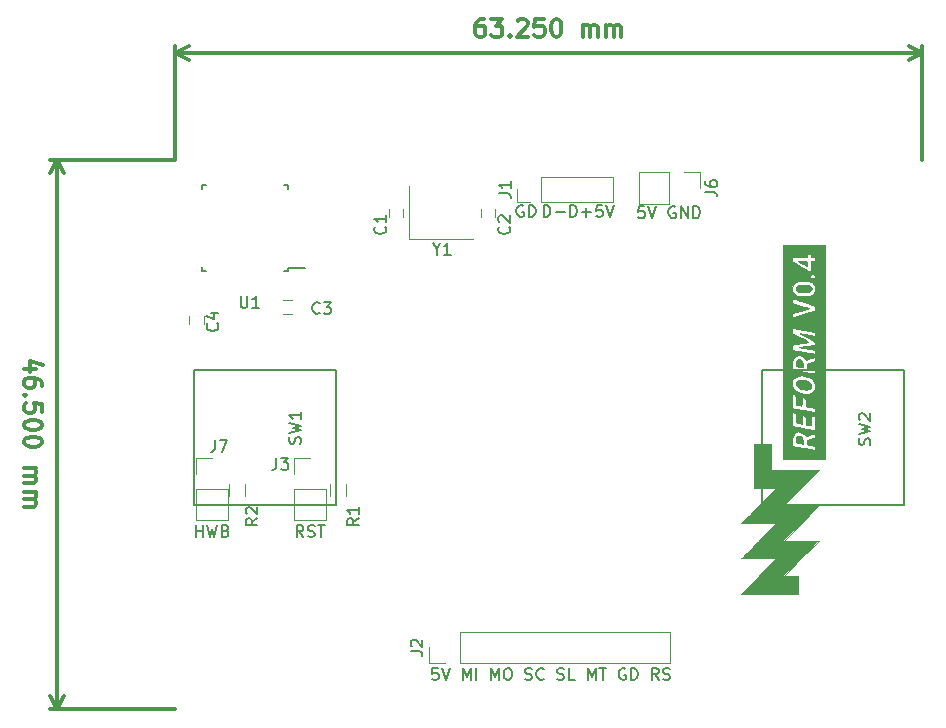
<source format=gbr>
G04 #@! TF.GenerationSoftware,KiCad,Pcbnew,5.0.0-rc2+dfsg1-3*
G04 #@! TF.CreationDate,2018-08-01T13:56:14+02:00*
G04 #@! TF.ProjectId,reform-trackball,7265666F726D2D747261636B62616C6C,rev?*
G04 #@! TF.SameCoordinates,Original*
G04 #@! TF.FileFunction,Legend,Top*
G04 #@! TF.FilePolarity,Positive*
%FSLAX46Y46*%
G04 Gerber Fmt 4.6, Leading zero omitted, Abs format (unit mm)*
G04 Created by KiCad (PCBNEW 5.0.0-rc2+dfsg1-3) date Wed Aug  1 13:56:14 2018*
%MOMM*%
%LPD*%
G01*
G04 APERTURE LIST*
%ADD10C,0.150000*%
%ADD11C,0.300000*%
%ADD12C,0.010000*%
%ADD13C,0.120000*%
G04 APERTURE END LIST*
D10*
X126961904Y-93900000D02*
X126866666Y-93852380D01*
X126723809Y-93852380D01*
X126580952Y-93900000D01*
X126485714Y-93995238D01*
X126438095Y-94090476D01*
X126390476Y-94280952D01*
X126390476Y-94423809D01*
X126438095Y-94614285D01*
X126485714Y-94709523D01*
X126580952Y-94804761D01*
X126723809Y-94852380D01*
X126819047Y-94852380D01*
X126961904Y-94804761D01*
X127009523Y-94757142D01*
X127009523Y-94423809D01*
X126819047Y-94423809D01*
X127438095Y-94852380D02*
X127438095Y-93852380D01*
X127676190Y-93852380D01*
X127819047Y-93900000D01*
X127914285Y-93995238D01*
X127961904Y-94090476D01*
X128009523Y-94280952D01*
X128009523Y-94423809D01*
X127961904Y-94614285D01*
X127914285Y-94709523D01*
X127819047Y-94804761D01*
X127676190Y-94852380D01*
X127438095Y-94852380D01*
X128695238Y-94852380D02*
X128695238Y-93852380D01*
X128933333Y-93852380D01*
X129076190Y-93900000D01*
X129171428Y-93995238D01*
X129219047Y-94090476D01*
X129266666Y-94280952D01*
X129266666Y-94423809D01*
X129219047Y-94614285D01*
X129171428Y-94709523D01*
X129076190Y-94804761D01*
X128933333Y-94852380D01*
X128695238Y-94852380D01*
X129695238Y-94471428D02*
X130457142Y-94471428D01*
X130933333Y-94852380D02*
X130933333Y-93852380D01*
X131171428Y-93852380D01*
X131314285Y-93900000D01*
X131409523Y-93995238D01*
X131457142Y-94090476D01*
X131504761Y-94280952D01*
X131504761Y-94423809D01*
X131457142Y-94614285D01*
X131409523Y-94709523D01*
X131314285Y-94804761D01*
X131171428Y-94852380D01*
X130933333Y-94852380D01*
X131933333Y-94471428D02*
X132695238Y-94471428D01*
X132314285Y-94852380D02*
X132314285Y-94090476D01*
X133647619Y-93852380D02*
X133171428Y-93852380D01*
X133123809Y-94328571D01*
X133171428Y-94280952D01*
X133266666Y-94233333D01*
X133504761Y-94233333D01*
X133600000Y-94280952D01*
X133647619Y-94328571D01*
X133695238Y-94423809D01*
X133695238Y-94661904D01*
X133647619Y-94757142D01*
X133600000Y-94804761D01*
X133504761Y-94852380D01*
X133266666Y-94852380D01*
X133171428Y-94804761D01*
X133123809Y-94757142D01*
X133980952Y-93852380D02*
X134314285Y-94852380D01*
X134647619Y-93852380D01*
X99242857Y-121952380D02*
X99242857Y-120952380D01*
X99242857Y-121428571D02*
X99814285Y-121428571D01*
X99814285Y-121952380D02*
X99814285Y-120952380D01*
X100195238Y-120952380D02*
X100433333Y-121952380D01*
X100623809Y-121238095D01*
X100814285Y-121952380D01*
X101052380Y-120952380D01*
X101766666Y-121428571D02*
X101909523Y-121476190D01*
X101957142Y-121523809D01*
X102004761Y-121619047D01*
X102004761Y-121761904D01*
X101957142Y-121857142D01*
X101909523Y-121904761D01*
X101814285Y-121952380D01*
X101433333Y-121952380D01*
X101433333Y-120952380D01*
X101766666Y-120952380D01*
X101861904Y-121000000D01*
X101909523Y-121047619D01*
X101957142Y-121142857D01*
X101957142Y-121238095D01*
X101909523Y-121333333D01*
X101861904Y-121380952D01*
X101766666Y-121428571D01*
X101433333Y-121428571D01*
X108352380Y-121952380D02*
X108019047Y-121476190D01*
X107780952Y-121952380D02*
X107780952Y-120952380D01*
X108161904Y-120952380D01*
X108257142Y-121000000D01*
X108304761Y-121047619D01*
X108352380Y-121142857D01*
X108352380Y-121285714D01*
X108304761Y-121380952D01*
X108257142Y-121428571D01*
X108161904Y-121476190D01*
X107780952Y-121476190D01*
X108733333Y-121904761D02*
X108876190Y-121952380D01*
X109114285Y-121952380D01*
X109209523Y-121904761D01*
X109257142Y-121857142D01*
X109304761Y-121761904D01*
X109304761Y-121666666D01*
X109257142Y-121571428D01*
X109209523Y-121523809D01*
X109114285Y-121476190D01*
X108923809Y-121428571D01*
X108828571Y-121380952D01*
X108780952Y-121333333D01*
X108733333Y-121238095D01*
X108733333Y-121142857D01*
X108780952Y-121047619D01*
X108828571Y-121000000D01*
X108923809Y-120952380D01*
X109161904Y-120952380D01*
X109304761Y-121000000D01*
X109590476Y-120952380D02*
X110161904Y-120952380D01*
X109876190Y-121952380D02*
X109876190Y-120952380D01*
X137204761Y-93952380D02*
X136728571Y-93952380D01*
X136680952Y-94428571D01*
X136728571Y-94380952D01*
X136823809Y-94333333D01*
X137061904Y-94333333D01*
X137157142Y-94380952D01*
X137204761Y-94428571D01*
X137252380Y-94523809D01*
X137252380Y-94761904D01*
X137204761Y-94857142D01*
X137157142Y-94904761D01*
X137061904Y-94952380D01*
X136823809Y-94952380D01*
X136728571Y-94904761D01*
X136680952Y-94857142D01*
X137538095Y-93952380D02*
X137871428Y-94952380D01*
X138204761Y-93952380D01*
X139823809Y-94000000D02*
X139728571Y-93952380D01*
X139585714Y-93952380D01*
X139442857Y-94000000D01*
X139347619Y-94095238D01*
X139300000Y-94190476D01*
X139252380Y-94380952D01*
X139252380Y-94523809D01*
X139300000Y-94714285D01*
X139347619Y-94809523D01*
X139442857Y-94904761D01*
X139585714Y-94952380D01*
X139680952Y-94952380D01*
X139823809Y-94904761D01*
X139871428Y-94857142D01*
X139871428Y-94523809D01*
X139680952Y-94523809D01*
X140300000Y-94952380D02*
X140300000Y-93952380D01*
X140871428Y-94952380D01*
X140871428Y-93952380D01*
X141347619Y-94952380D02*
X141347619Y-93952380D01*
X141585714Y-93952380D01*
X141728571Y-94000000D01*
X141823809Y-94095238D01*
X141871428Y-94190476D01*
X141919047Y-94380952D01*
X141919047Y-94523809D01*
X141871428Y-94714285D01*
X141823809Y-94809523D01*
X141728571Y-94904761D01*
X141585714Y-94952380D01*
X141347619Y-94952380D01*
X119752380Y-133052380D02*
X119276190Y-133052380D01*
X119228571Y-133528571D01*
X119276190Y-133480952D01*
X119371428Y-133433333D01*
X119609523Y-133433333D01*
X119704761Y-133480952D01*
X119752380Y-133528571D01*
X119800000Y-133623809D01*
X119800000Y-133861904D01*
X119752380Y-133957142D01*
X119704761Y-134004761D01*
X119609523Y-134052380D01*
X119371428Y-134052380D01*
X119276190Y-134004761D01*
X119228571Y-133957142D01*
X120085714Y-133052380D02*
X120419047Y-134052380D01*
X120752380Y-133052380D01*
X121847619Y-134052380D02*
X121847619Y-133052380D01*
X122180952Y-133766666D01*
X122514285Y-133052380D01*
X122514285Y-134052380D01*
X122990476Y-134052380D02*
X122990476Y-133052380D01*
X124228571Y-134052380D02*
X124228571Y-133052380D01*
X124561904Y-133766666D01*
X124895238Y-133052380D01*
X124895238Y-134052380D01*
X125561904Y-133052380D02*
X125752380Y-133052380D01*
X125847619Y-133100000D01*
X125942857Y-133195238D01*
X125990476Y-133385714D01*
X125990476Y-133719047D01*
X125942857Y-133909523D01*
X125847619Y-134004761D01*
X125752380Y-134052380D01*
X125561904Y-134052380D01*
X125466666Y-134004761D01*
X125371428Y-133909523D01*
X125323809Y-133719047D01*
X125323809Y-133385714D01*
X125371428Y-133195238D01*
X125466666Y-133100000D01*
X125561904Y-133052380D01*
X127133333Y-134004761D02*
X127276190Y-134052380D01*
X127514285Y-134052380D01*
X127609523Y-134004761D01*
X127657142Y-133957142D01*
X127704761Y-133861904D01*
X127704761Y-133766666D01*
X127657142Y-133671428D01*
X127609523Y-133623809D01*
X127514285Y-133576190D01*
X127323809Y-133528571D01*
X127228571Y-133480952D01*
X127180952Y-133433333D01*
X127133333Y-133338095D01*
X127133333Y-133242857D01*
X127180952Y-133147619D01*
X127228571Y-133100000D01*
X127323809Y-133052380D01*
X127561904Y-133052380D01*
X127704761Y-133100000D01*
X128704761Y-133957142D02*
X128657142Y-134004761D01*
X128514285Y-134052380D01*
X128419047Y-134052380D01*
X128276190Y-134004761D01*
X128180952Y-133909523D01*
X128133333Y-133814285D01*
X128085714Y-133623809D01*
X128085714Y-133480952D01*
X128133333Y-133290476D01*
X128180952Y-133195238D01*
X128276190Y-133100000D01*
X128419047Y-133052380D01*
X128514285Y-133052380D01*
X128657142Y-133100000D01*
X128704761Y-133147619D01*
X129847619Y-134004761D02*
X129990476Y-134052380D01*
X130228571Y-134052380D01*
X130323809Y-134004761D01*
X130371428Y-133957142D01*
X130419047Y-133861904D01*
X130419047Y-133766666D01*
X130371428Y-133671428D01*
X130323809Y-133623809D01*
X130228571Y-133576190D01*
X130038095Y-133528571D01*
X129942857Y-133480952D01*
X129895238Y-133433333D01*
X129847619Y-133338095D01*
X129847619Y-133242857D01*
X129895238Y-133147619D01*
X129942857Y-133100000D01*
X130038095Y-133052380D01*
X130276190Y-133052380D01*
X130419047Y-133100000D01*
X131323809Y-134052380D02*
X130847619Y-134052380D01*
X130847619Y-133052380D01*
X132419047Y-134052380D02*
X132419047Y-133052380D01*
X132752380Y-133766666D01*
X133085714Y-133052380D01*
X133085714Y-134052380D01*
X133419047Y-133052380D02*
X133990476Y-133052380D01*
X133704761Y-134052380D02*
X133704761Y-133052380D01*
X135609523Y-133100000D02*
X135514285Y-133052380D01*
X135371428Y-133052380D01*
X135228571Y-133100000D01*
X135133333Y-133195238D01*
X135085714Y-133290476D01*
X135038095Y-133480952D01*
X135038095Y-133623809D01*
X135085714Y-133814285D01*
X135133333Y-133909523D01*
X135228571Y-134004761D01*
X135371428Y-134052380D01*
X135466666Y-134052380D01*
X135609523Y-134004761D01*
X135657142Y-133957142D01*
X135657142Y-133623809D01*
X135466666Y-133623809D01*
X136085714Y-134052380D02*
X136085714Y-133052380D01*
X136323809Y-133052380D01*
X136466666Y-133100000D01*
X136561904Y-133195238D01*
X136609523Y-133290476D01*
X136657142Y-133480952D01*
X136657142Y-133623809D01*
X136609523Y-133814285D01*
X136561904Y-133909523D01*
X136466666Y-134004761D01*
X136323809Y-134052380D01*
X136085714Y-134052380D01*
X138419047Y-134052380D02*
X138085714Y-133576190D01*
X137847619Y-134052380D02*
X137847619Y-133052380D01*
X138228571Y-133052380D01*
X138323809Y-133100000D01*
X138371428Y-133147619D01*
X138419047Y-133242857D01*
X138419047Y-133385714D01*
X138371428Y-133480952D01*
X138323809Y-133528571D01*
X138228571Y-133576190D01*
X137847619Y-133576190D01*
X138800000Y-134004761D02*
X138942857Y-134052380D01*
X139180952Y-134052380D01*
X139276190Y-134004761D01*
X139323809Y-133957142D01*
X139371428Y-133861904D01*
X139371428Y-133766666D01*
X139323809Y-133671428D01*
X139276190Y-133623809D01*
X139180952Y-133576190D01*
X138990476Y-133528571D01*
X138895238Y-133480952D01*
X138847619Y-133433333D01*
X138800000Y-133338095D01*
X138800000Y-133242857D01*
X138847619Y-133147619D01*
X138895238Y-133100000D01*
X138990476Y-133052380D01*
X139228571Y-133052380D01*
X139371428Y-133100000D01*
D11*
X85721428Y-107750000D02*
X84721428Y-107750000D01*
X86292857Y-107392857D02*
X85221428Y-107035714D01*
X85221428Y-107964285D01*
X86221428Y-109178571D02*
X86221428Y-108892857D01*
X86150000Y-108750000D01*
X86078571Y-108678571D01*
X85864285Y-108535714D01*
X85578571Y-108464285D01*
X85007142Y-108464285D01*
X84864285Y-108535714D01*
X84792857Y-108607142D01*
X84721428Y-108750000D01*
X84721428Y-109035714D01*
X84792857Y-109178571D01*
X84864285Y-109250000D01*
X85007142Y-109321428D01*
X85364285Y-109321428D01*
X85507142Y-109250000D01*
X85578571Y-109178571D01*
X85650000Y-109035714D01*
X85650000Y-108750000D01*
X85578571Y-108607142D01*
X85507142Y-108535714D01*
X85364285Y-108464285D01*
X84864285Y-109964285D02*
X84792857Y-110035714D01*
X84721428Y-109964285D01*
X84792857Y-109892857D01*
X84864285Y-109964285D01*
X84721428Y-109964285D01*
X86221428Y-111392857D02*
X86221428Y-110678571D01*
X85507142Y-110607142D01*
X85578571Y-110678571D01*
X85650000Y-110821428D01*
X85650000Y-111178571D01*
X85578571Y-111321428D01*
X85507142Y-111392857D01*
X85364285Y-111464285D01*
X85007142Y-111464285D01*
X84864285Y-111392857D01*
X84792857Y-111321428D01*
X84721428Y-111178571D01*
X84721428Y-110821428D01*
X84792857Y-110678571D01*
X84864285Y-110607142D01*
X86221428Y-112392857D02*
X86221428Y-112535714D01*
X86150000Y-112678571D01*
X86078571Y-112750000D01*
X85935714Y-112821428D01*
X85650000Y-112892857D01*
X85292857Y-112892857D01*
X85007142Y-112821428D01*
X84864285Y-112750000D01*
X84792857Y-112678571D01*
X84721428Y-112535714D01*
X84721428Y-112392857D01*
X84792857Y-112250000D01*
X84864285Y-112178571D01*
X85007142Y-112107142D01*
X85292857Y-112035714D01*
X85650000Y-112035714D01*
X85935714Y-112107142D01*
X86078571Y-112178571D01*
X86150000Y-112250000D01*
X86221428Y-112392857D01*
X86221428Y-113821428D02*
X86221428Y-113964285D01*
X86150000Y-114107142D01*
X86078571Y-114178571D01*
X85935714Y-114250000D01*
X85650000Y-114321428D01*
X85292857Y-114321428D01*
X85007142Y-114250000D01*
X84864285Y-114178571D01*
X84792857Y-114107142D01*
X84721428Y-113964285D01*
X84721428Y-113821428D01*
X84792857Y-113678571D01*
X84864285Y-113607142D01*
X85007142Y-113535714D01*
X85292857Y-113464285D01*
X85650000Y-113464285D01*
X85935714Y-113535714D01*
X86078571Y-113607142D01*
X86150000Y-113678571D01*
X86221428Y-113821428D01*
X84721428Y-116107142D02*
X85721428Y-116107142D01*
X85578571Y-116107142D02*
X85650000Y-116178571D01*
X85721428Y-116321428D01*
X85721428Y-116535714D01*
X85650000Y-116678571D01*
X85507142Y-116750000D01*
X84721428Y-116750000D01*
X85507142Y-116750000D02*
X85650000Y-116821428D01*
X85721428Y-116964285D01*
X85721428Y-117178571D01*
X85650000Y-117321428D01*
X85507142Y-117392857D01*
X84721428Y-117392857D01*
X84721428Y-118107142D02*
X85721428Y-118107142D01*
X85578571Y-118107142D02*
X85650000Y-118178571D01*
X85721428Y-118321428D01*
X85721428Y-118535714D01*
X85650000Y-118678571D01*
X85507142Y-118750000D01*
X84721428Y-118750000D01*
X85507142Y-118750000D02*
X85650000Y-118821428D01*
X85721428Y-118964285D01*
X85721428Y-119178571D01*
X85650000Y-119321428D01*
X85507142Y-119392857D01*
X84721428Y-119392857D01*
X87500000Y-90000000D02*
X87500000Y-136500000D01*
X97500000Y-90000000D02*
X86913579Y-90000000D01*
X97500000Y-136500000D02*
X86913579Y-136500000D01*
X87500000Y-136500000D02*
X86913579Y-135373496D01*
X87500000Y-136500000D02*
X88086421Y-135373496D01*
X87500000Y-90000000D02*
X86913579Y-91126504D01*
X87500000Y-90000000D02*
X88086421Y-91126504D01*
X123625000Y-78078571D02*
X123339285Y-78078571D01*
X123196428Y-78150000D01*
X123125000Y-78221428D01*
X122982142Y-78435714D01*
X122910714Y-78721428D01*
X122910714Y-79292857D01*
X122982142Y-79435714D01*
X123053571Y-79507142D01*
X123196428Y-79578571D01*
X123482142Y-79578571D01*
X123625000Y-79507142D01*
X123696428Y-79435714D01*
X123767857Y-79292857D01*
X123767857Y-78935714D01*
X123696428Y-78792857D01*
X123625000Y-78721428D01*
X123482142Y-78650000D01*
X123196428Y-78650000D01*
X123053571Y-78721428D01*
X122982142Y-78792857D01*
X122910714Y-78935714D01*
X124267857Y-78078571D02*
X125196428Y-78078571D01*
X124696428Y-78650000D01*
X124910714Y-78650000D01*
X125053571Y-78721428D01*
X125125000Y-78792857D01*
X125196428Y-78935714D01*
X125196428Y-79292857D01*
X125125000Y-79435714D01*
X125053571Y-79507142D01*
X124910714Y-79578571D01*
X124482142Y-79578571D01*
X124339285Y-79507142D01*
X124267857Y-79435714D01*
X125839285Y-79435714D02*
X125910714Y-79507142D01*
X125839285Y-79578571D01*
X125767857Y-79507142D01*
X125839285Y-79435714D01*
X125839285Y-79578571D01*
X126482142Y-78221428D02*
X126553571Y-78150000D01*
X126696428Y-78078571D01*
X127053571Y-78078571D01*
X127196428Y-78150000D01*
X127267857Y-78221428D01*
X127339285Y-78364285D01*
X127339285Y-78507142D01*
X127267857Y-78721428D01*
X126410714Y-79578571D01*
X127339285Y-79578571D01*
X128696428Y-78078571D02*
X127982142Y-78078571D01*
X127910714Y-78792857D01*
X127982142Y-78721428D01*
X128125000Y-78650000D01*
X128482142Y-78650000D01*
X128625000Y-78721428D01*
X128696428Y-78792857D01*
X128767857Y-78935714D01*
X128767857Y-79292857D01*
X128696428Y-79435714D01*
X128625000Y-79507142D01*
X128482142Y-79578571D01*
X128125000Y-79578571D01*
X127982142Y-79507142D01*
X127910714Y-79435714D01*
X129696428Y-78078571D02*
X129839285Y-78078571D01*
X129982142Y-78150000D01*
X130053571Y-78221428D01*
X130125000Y-78364285D01*
X130196428Y-78650000D01*
X130196428Y-79007142D01*
X130125000Y-79292857D01*
X130053571Y-79435714D01*
X129982142Y-79507142D01*
X129839285Y-79578571D01*
X129696428Y-79578571D01*
X129553571Y-79507142D01*
X129482142Y-79435714D01*
X129410714Y-79292857D01*
X129339285Y-79007142D01*
X129339285Y-78650000D01*
X129410714Y-78364285D01*
X129482142Y-78221428D01*
X129553571Y-78150000D01*
X129696428Y-78078571D01*
X131982142Y-79578571D02*
X131982142Y-78578571D01*
X131982142Y-78721428D02*
X132053571Y-78650000D01*
X132196428Y-78578571D01*
X132410714Y-78578571D01*
X132553571Y-78650000D01*
X132625000Y-78792857D01*
X132625000Y-79578571D01*
X132625000Y-78792857D02*
X132696428Y-78650000D01*
X132839285Y-78578571D01*
X133053571Y-78578571D01*
X133196428Y-78650000D01*
X133267857Y-78792857D01*
X133267857Y-79578571D01*
X133982142Y-79578571D02*
X133982142Y-78578571D01*
X133982142Y-78721428D02*
X134053571Y-78650000D01*
X134196428Y-78578571D01*
X134410714Y-78578571D01*
X134553571Y-78650000D01*
X134625000Y-78792857D01*
X134625000Y-79578571D01*
X134625000Y-78792857D02*
X134696428Y-78650000D01*
X134839285Y-78578571D01*
X135053571Y-78578571D01*
X135196428Y-78650000D01*
X135267857Y-78792857D01*
X135267857Y-79578571D01*
X97500000Y-81000000D02*
X160750000Y-81000000D01*
X97500000Y-90000000D02*
X97500000Y-80413579D01*
X160750000Y-90000000D02*
X160750000Y-80413579D01*
X160750000Y-81000000D02*
X159623496Y-81586421D01*
X160750000Y-81000000D02*
X159623496Y-80413579D01*
X97500000Y-81000000D02*
X98626504Y-81586421D01*
X97500000Y-81000000D02*
X98626504Y-80413579D01*
D12*
G04 #@! TO.C,MK13*
G36*
X146900833Y-125257750D02*
X148392971Y-123765500D01*
X146916652Y-123765500D01*
X146670887Y-123765279D01*
X146437923Y-123764641D01*
X146221152Y-123763622D01*
X146023969Y-123762259D01*
X145849765Y-123760587D01*
X145701934Y-123758644D01*
X145583870Y-123756465D01*
X145498966Y-123754087D01*
X145450614Y-123751547D01*
X145440334Y-123749681D01*
X145454981Y-123732809D01*
X145497576Y-123688079D01*
X145566098Y-123617536D01*
X145658525Y-123523222D01*
X145772836Y-123407180D01*
X145907011Y-123271453D01*
X146059028Y-123118084D01*
X146226866Y-122949115D01*
X146408503Y-122766590D01*
X146601920Y-122572551D01*
X146805095Y-122369042D01*
X146916652Y-122257431D01*
X148392970Y-120781000D01*
X146916652Y-120781000D01*
X146670887Y-120780778D01*
X146437923Y-120780135D01*
X146221152Y-120779109D01*
X146023968Y-120777736D01*
X145849765Y-120776052D01*
X145701934Y-120774095D01*
X145583870Y-120771900D01*
X145498966Y-120769505D01*
X145450614Y-120766947D01*
X145440334Y-120765068D01*
X145454982Y-120748177D01*
X145497576Y-120703436D01*
X145566092Y-120632891D01*
X145658505Y-120538590D01*
X145772789Y-120422578D01*
X145906920Y-120286904D01*
X146058873Y-120133613D01*
X146226622Y-119964752D01*
X146408143Y-119782367D01*
X146601411Y-119588507D01*
X146804400Y-119385217D01*
X146911417Y-119278166D01*
X147118599Y-119070841D01*
X147317097Y-118871898D01*
X147504884Y-118683383D01*
X147679936Y-118507344D01*
X147840228Y-118345827D01*
X147983735Y-118200879D01*
X148108431Y-118074546D01*
X148212293Y-117968876D01*
X148293295Y-117885914D01*
X148349412Y-117827709D01*
X148378619Y-117796306D01*
X148382500Y-117791265D01*
X148362038Y-117787983D01*
X148303467Y-117784929D01*
X148211011Y-117782173D01*
X148088896Y-117779787D01*
X147941345Y-117777841D01*
X147772582Y-117776405D01*
X147586833Y-117775551D01*
X147430000Y-117775333D01*
X146477500Y-117775333D01*
X146477500Y-114050000D01*
X147958793Y-114050000D01*
X147964271Y-115166541D01*
X147969750Y-116283083D01*
X149991003Y-116288483D01*
X152012256Y-116293882D01*
X149028196Y-119278166D01*
X152012471Y-119278166D01*
X149028485Y-122262378D01*
X150515264Y-122267814D01*
X152002044Y-122273250D01*
X150515082Y-123760208D01*
X149028121Y-125247166D01*
X150202834Y-125247166D01*
X150202834Y-126750000D01*
X145408696Y-126750000D01*
X146900833Y-125257750D01*
X146900833Y-125257750D01*
G37*
X146900833Y-125257750D02*
X148392971Y-123765500D01*
X146916652Y-123765500D01*
X146670887Y-123765279D01*
X146437923Y-123764641D01*
X146221152Y-123763622D01*
X146023969Y-123762259D01*
X145849765Y-123760587D01*
X145701934Y-123758644D01*
X145583870Y-123756465D01*
X145498966Y-123754087D01*
X145450614Y-123751547D01*
X145440334Y-123749681D01*
X145454981Y-123732809D01*
X145497576Y-123688079D01*
X145566098Y-123617536D01*
X145658525Y-123523222D01*
X145772836Y-123407180D01*
X145907011Y-123271453D01*
X146059028Y-123118084D01*
X146226866Y-122949115D01*
X146408503Y-122766590D01*
X146601920Y-122572551D01*
X146805095Y-122369042D01*
X146916652Y-122257431D01*
X148392970Y-120781000D01*
X146916652Y-120781000D01*
X146670887Y-120780778D01*
X146437923Y-120780135D01*
X146221152Y-120779109D01*
X146023968Y-120777736D01*
X145849765Y-120776052D01*
X145701934Y-120774095D01*
X145583870Y-120771900D01*
X145498966Y-120769505D01*
X145450614Y-120766947D01*
X145440334Y-120765068D01*
X145454982Y-120748177D01*
X145497576Y-120703436D01*
X145566092Y-120632891D01*
X145658505Y-120538590D01*
X145772789Y-120422578D01*
X145906920Y-120286904D01*
X146058873Y-120133613D01*
X146226622Y-119964752D01*
X146408143Y-119782367D01*
X146601411Y-119588507D01*
X146804400Y-119385217D01*
X146911417Y-119278166D01*
X147118599Y-119070841D01*
X147317097Y-118871898D01*
X147504884Y-118683383D01*
X147679936Y-118507344D01*
X147840228Y-118345827D01*
X147983735Y-118200879D01*
X148108431Y-118074546D01*
X148212293Y-117968876D01*
X148293295Y-117885914D01*
X148349412Y-117827709D01*
X148378619Y-117796306D01*
X148382500Y-117791265D01*
X148362038Y-117787983D01*
X148303467Y-117784929D01*
X148211011Y-117782173D01*
X148088896Y-117779787D01*
X147941345Y-117777841D01*
X147772582Y-117776405D01*
X147586833Y-117775551D01*
X147430000Y-117775333D01*
X146477500Y-117775333D01*
X146477500Y-114050000D01*
X147958793Y-114050000D01*
X147964271Y-115166541D01*
X147969750Y-116283083D01*
X149991003Y-116288483D01*
X152012256Y-116293882D01*
X149028196Y-119278166D01*
X152012471Y-119278166D01*
X149028485Y-122262378D01*
X150515264Y-122267814D01*
X152002044Y-122273250D01*
X150515082Y-123760208D01*
X149028121Y-125247166D01*
X150202834Y-125247166D01*
X150202834Y-126750000D01*
X145408696Y-126750000D01*
X146900833Y-125257750D01*
G04 #@! TO.C,MK14*
G36*
X152478000Y-97198333D02*
X152478000Y-115359333D01*
X151599583Y-115359333D01*
X151599583Y-114555565D01*
X151649520Y-114535575D01*
X151670889Y-114463461D01*
X151673666Y-114389492D01*
X151673666Y-114223983D01*
X151366750Y-114175088D01*
X151178533Y-114144352D01*
X151058490Y-114118480D01*
X150991297Y-114088287D01*
X150961635Y-114044590D01*
X150954183Y-113978205D01*
X150954000Y-113927677D01*
X150954000Y-113763363D01*
X151303250Y-113659421D01*
X151472051Y-113607665D01*
X151576121Y-113567994D01*
X151632134Y-113529231D01*
X151656766Y-113480195D01*
X151666066Y-113416210D01*
X151673301Y-113297085D01*
X151658193Y-113226021D01*
X151621912Y-113206442D01*
X151621912Y-112902828D01*
X151643803Y-112884402D01*
X151658175Y-112821143D01*
X151665752Y-112702768D01*
X151667257Y-112518990D01*
X151664245Y-112300750D01*
X151652500Y-111697500D01*
X151633488Y-111695927D01*
X151633488Y-111374272D01*
X151665869Y-111352240D01*
X151670411Y-111277509D01*
X151665709Y-111204024D01*
X151652500Y-111020167D01*
X151271500Y-110955334D01*
X151018078Y-110912210D01*
X151018078Y-109841785D01*
X151153158Y-109817088D01*
X151323218Y-109747146D01*
X151480316Y-109641370D01*
X151596787Y-109520519D01*
X151632651Y-109457286D01*
X151664764Y-109307433D01*
X151666698Y-109122083D01*
X151639734Y-108944345D01*
X151633621Y-108925908D01*
X151633621Y-108114647D01*
X151665946Y-108092393D01*
X151670350Y-108017280D01*
X151665709Y-107945359D01*
X151652500Y-107762504D01*
X151301135Y-107702039D01*
X150949771Y-107641575D01*
X150962469Y-107470978D01*
X150975166Y-107300381D01*
X151652500Y-107083167D01*
X151665517Y-106903250D01*
X151664668Y-106791654D01*
X151646434Y-106729019D01*
X151637837Y-106724356D01*
X151637837Y-106433746D01*
X151655039Y-106431516D01*
X151666907Y-106378173D01*
X151666421Y-106276916D01*
X151665098Y-106259180D01*
X151652500Y-106109500D01*
X151250333Y-106033403D01*
X151038470Y-105992735D01*
X150823664Y-105950543D01*
X150642609Y-105914064D01*
X150594166Y-105904019D01*
X150340166Y-105850732D01*
X150985750Y-105750381D01*
X151631333Y-105650030D01*
X151631333Y-105512380D01*
X151628641Y-105460613D01*
X151613514Y-105416416D01*
X151575373Y-105371955D01*
X151503639Y-105319396D01*
X151387733Y-105250906D01*
X151217077Y-105158648D01*
X150999212Y-105044264D01*
X150791444Y-104934972D01*
X150613330Y-104839994D01*
X150476936Y-104765869D01*
X150394327Y-104719134D01*
X150374965Y-104705924D01*
X150417038Y-104710277D01*
X150526696Y-104727740D01*
X150688333Y-104755680D01*
X150886343Y-104791463D01*
X150933002Y-104800082D01*
X151197390Y-104848642D01*
X151389927Y-104881084D01*
X151522006Y-104896750D01*
X151605022Y-104894983D01*
X151650366Y-104875125D01*
X151669431Y-104836518D01*
X151673612Y-104778506D01*
X151673666Y-104757332D01*
X151664655Y-104653528D01*
X151642640Y-104593126D01*
X151639434Y-104590507D01*
X151587698Y-104576386D01*
X151467545Y-104551230D01*
X151294109Y-104517707D01*
X151082526Y-104478483D01*
X150847928Y-104436224D01*
X150605451Y-104393598D01*
X150370228Y-104353269D01*
X150157393Y-104317906D01*
X149982081Y-104290175D01*
X149859427Y-104272741D01*
X149809028Y-104268000D01*
X149758602Y-104276645D01*
X149734853Y-104316384D01*
X149730855Y-104407926D01*
X149734704Y-104490250D01*
X149747500Y-104712500D01*
X150319000Y-105009887D01*
X150528916Y-105119318D01*
X150721168Y-105219906D01*
X150878966Y-105302840D01*
X150985524Y-105359311D01*
X151011136Y-105373114D01*
X151061933Y-105402867D01*
X151078255Y-105424890D01*
X151049347Y-105443852D01*
X150964455Y-105464426D01*
X150812823Y-105491280D01*
X150693636Y-105510985D01*
X150474462Y-105547205D01*
X150252842Y-105584143D01*
X150063163Y-105616054D01*
X149990916Y-105628353D01*
X149726333Y-105673692D01*
X149726333Y-106123017D01*
X150033250Y-106174783D01*
X150187873Y-106201191D01*
X150401148Y-106238063D01*
X150648359Y-106281106D01*
X150904786Y-106326024D01*
X150986274Y-106340361D01*
X151209752Y-106378095D01*
X151402714Y-106407583D01*
X151550347Y-106426806D01*
X151637837Y-106433746D01*
X151637837Y-106724356D01*
X151635952Y-106723333D01*
X151578347Y-106735401D01*
X151461768Y-106767561D01*
X151307767Y-106813754D01*
X151247950Y-106832452D01*
X150902529Y-106941570D01*
X150764936Y-106791354D01*
X150588882Y-106646640D01*
X150397958Y-106568388D01*
X150207171Y-106554551D01*
X150031529Y-106603079D01*
X149886039Y-106711925D01*
X149785708Y-106879039D01*
X149770141Y-106927138D01*
X149749289Y-107045247D01*
X149733861Y-107214537D01*
X149726744Y-107401559D01*
X149726569Y-107431610D01*
X149728046Y-107603545D01*
X149735859Y-107708887D01*
X149754648Y-107765692D01*
X149789055Y-107792016D01*
X149821583Y-107801243D01*
X149892884Y-107814942D01*
X150032332Y-107839960D01*
X150224570Y-107873605D01*
X150454245Y-107913189D01*
X150678833Y-107951425D01*
X150931119Y-107994333D01*
X151161748Y-108033933D01*
X151354769Y-108067456D01*
X151494233Y-108092136D01*
X151559876Y-108104316D01*
X151633621Y-108114647D01*
X151633621Y-108925908D01*
X151615214Y-108870390D01*
X151482699Y-108663970D01*
X151285049Y-108492484D01*
X151037605Y-108364566D01*
X150755710Y-108288849D01*
X150551104Y-108271573D01*
X150255176Y-108294999D01*
X150024398Y-108371893D01*
X149859107Y-108501990D01*
X149759640Y-108685025D01*
X149726333Y-108920733D01*
X149726333Y-108921183D01*
X149746960Y-109130419D01*
X149817734Y-109303342D01*
X149951990Y-109469767D01*
X149987304Y-109504582D01*
X150203523Y-109662063D01*
X150465097Y-109775503D01*
X150745467Y-109837783D01*
X151018078Y-109841785D01*
X151018078Y-110912210D01*
X150890500Y-110890500D01*
X150878176Y-110540874D01*
X150870406Y-110368144D01*
X150858146Y-110260988D01*
X150835569Y-110200322D01*
X150796848Y-110167063D01*
X150759004Y-110150624D01*
X150654245Y-110115450D01*
X150587646Y-110114372D01*
X150550596Y-110159536D01*
X150534485Y-110263085D01*
X150530703Y-110437165D01*
X150530666Y-110472686D01*
X150528998Y-110648114D01*
X150521801Y-110754091D01*
X150505781Y-110805803D01*
X150477647Y-110818435D01*
X150456583Y-110814445D01*
X150368761Y-110794833D01*
X150241271Y-110771757D01*
X150202583Y-110765538D01*
X150022666Y-110737558D01*
X150022666Y-110322475D01*
X150020165Y-110118487D01*
X150008171Y-109984512D01*
X149979946Y-109905941D01*
X149928753Y-109868166D01*
X149847854Y-109856577D01*
X149807537Y-109856000D01*
X149775301Y-109861167D01*
X149752932Y-109885337D01*
X149738642Y-109941512D01*
X149730640Y-110042693D01*
X149727134Y-110201884D01*
X149726334Y-110432086D01*
X149726333Y-110445665D01*
X149726333Y-111035331D01*
X149948583Y-111079141D01*
X150070954Y-111102140D01*
X150254971Y-111135328D01*
X150478792Y-111174826D01*
X150720573Y-111216757D01*
X150805833Y-111231364D01*
X151037462Y-111271150D01*
X151247929Y-111307745D01*
X151419103Y-111337964D01*
X151532847Y-111358621D01*
X151559876Y-111363829D01*
X151633488Y-111374272D01*
X151633488Y-111695927D01*
X151493750Y-111684361D01*
X151335000Y-111671223D01*
X151335000Y-112075945D01*
X151334467Y-112269896D01*
X151325498Y-112392824D01*
X151297034Y-112458333D01*
X151238017Y-112480027D01*
X151137388Y-112471507D01*
X151028083Y-112453495D01*
X150869333Y-112427256D01*
X150869333Y-112071913D01*
X150867963Y-111898031D01*
X150860400Y-111789892D01*
X150841465Y-111728579D01*
X150805979Y-111695177D01*
X150760744Y-111675286D01*
X150655271Y-111639764D01*
X150588186Y-111638269D01*
X150550835Y-111682926D01*
X150534560Y-111785856D01*
X150530708Y-111959185D01*
X150530666Y-111997555D01*
X150530666Y-112361109D01*
X150350750Y-112333129D01*
X150203546Y-112309992D01*
X150108487Y-112284458D01*
X150054221Y-112239730D01*
X150029394Y-112159012D01*
X150022653Y-112025508D01*
X150022666Y-111847751D01*
X150021540Y-111656911D01*
X150015776Y-111534160D01*
X150001795Y-111462927D01*
X149976019Y-111426643D01*
X149934869Y-111408736D01*
X149927416Y-111406682D01*
X149848796Y-111387159D01*
X149793769Y-111385471D01*
X149758466Y-111413213D01*
X149739016Y-111481981D01*
X149731551Y-111603370D01*
X149732199Y-111788974D01*
X149735754Y-111980947D01*
X149747500Y-112581894D01*
X150657666Y-112741775D01*
X150927077Y-112788732D01*
X151169829Y-112830344D01*
X151373016Y-112864457D01*
X151523734Y-112888915D01*
X151609076Y-112901561D01*
X151621912Y-112902828D01*
X151621912Y-113206442D01*
X151607766Y-113198808D01*
X151509043Y-113211233D01*
X151349048Y-113259085D01*
X151266747Y-113286607D01*
X150897985Y-113411256D01*
X150757937Y-113247642D01*
X150600885Y-113114401D01*
X150412898Y-113030432D01*
X150222567Y-113006537D01*
X150147991Y-113017210D01*
X150003149Y-113088946D01*
X149871918Y-113216267D01*
X149781374Y-113371169D01*
X149768634Y-113409594D01*
X149748351Y-113525528D01*
X149733417Y-113692587D01*
X149726692Y-113877264D01*
X149726569Y-113902041D01*
X149726333Y-114243915D01*
X150625916Y-114400022D01*
X150895300Y-114446167D01*
X151139438Y-114486847D01*
X151344959Y-114519928D01*
X151498496Y-114543273D01*
X151586680Y-114554748D01*
X151599583Y-114555565D01*
X151599583Y-115359333D01*
X149721893Y-115359333D01*
X149721893Y-103416452D01*
X150653038Y-103105380D01*
X150920339Y-103015526D01*
X151161732Y-102933325D01*
X151365277Y-102862930D01*
X151519028Y-102808493D01*
X151611043Y-102774168D01*
X151631169Y-102765268D01*
X151657772Y-102708265D01*
X151667022Y-102600864D01*
X151665327Y-102560198D01*
X151652500Y-102384167D01*
X150700000Y-102058326D01*
X150538824Y-102003243D01*
X150538824Y-101557489D01*
X150754452Y-101552376D01*
X150974535Y-101542871D01*
X151130157Y-101528721D01*
X151241516Y-101506367D01*
X151328812Y-101472255D01*
X151382756Y-101441758D01*
X151541723Y-101296684D01*
X151640137Y-101107116D01*
X151673116Y-100892351D01*
X151635777Y-100671684D01*
X151599517Y-100585000D01*
X151504389Y-100448466D01*
X151403288Y-100375377D01*
X151403288Y-100051813D01*
X151488128Y-100050073D01*
X151576354Y-100011810D01*
X151650497Y-99922012D01*
X151664921Y-99810740D01*
X151618750Y-99711308D01*
X151584968Y-99683453D01*
X151482485Y-99659131D01*
X151370562Y-99684626D01*
X151292666Y-99744337D01*
X151292666Y-99399667D01*
X151292666Y-98553000D01*
X151483166Y-98553000D01*
X151600218Y-98549837D01*
X151655645Y-98528400D01*
X151672491Y-98470768D01*
X151673666Y-98404833D01*
X151669599Y-98313793D01*
X151642038Y-98270683D01*
X151567939Y-98257581D01*
X151483166Y-98256667D01*
X151366115Y-98253504D01*
X151310687Y-98232067D01*
X151293841Y-98174435D01*
X151292666Y-98108500D01*
X151286056Y-98009175D01*
X151249244Y-97968439D01*
X151156752Y-97960348D01*
X151147182Y-97960333D01*
X151047731Y-97968547D01*
X151004001Y-98009682D01*
X150988432Y-98097917D01*
X150975166Y-98235500D01*
X150348371Y-98247229D01*
X149721577Y-98258957D01*
X149734538Y-98434669D01*
X149747500Y-98610380D01*
X150382500Y-99004043D01*
X150649381Y-99165927D01*
X150855082Y-99282201D01*
X151007139Y-99356713D01*
X151113090Y-99393315D01*
X151155083Y-99398687D01*
X151292666Y-99399667D01*
X151292666Y-99744337D01*
X151287656Y-99748178D01*
X151271976Y-99779166D01*
X151273373Y-99897498D01*
X151334568Y-100004759D01*
X151403288Y-100051813D01*
X151403288Y-100375377D01*
X151368767Y-100350420D01*
X151181817Y-100286831D01*
X150932709Y-100253670D01*
X150689343Y-100246333D01*
X150467920Y-100249223D01*
X150309507Y-100259868D01*
X150192587Y-100281227D01*
X150095638Y-100316263D01*
X150061652Y-100332708D01*
X149880112Y-100466225D01*
X149768880Y-100646395D01*
X149727052Y-100874758D01*
X149726649Y-100902500D01*
X149757983Y-101129276D01*
X149855781Y-101306195D01*
X150025734Y-101442351D01*
X150083566Y-101472741D01*
X150179920Y-101514902D01*
X150273339Y-101541350D01*
X150385687Y-101554681D01*
X150538824Y-101557489D01*
X150538824Y-102003243D01*
X150432471Y-101966895D01*
X150192900Y-101885185D01*
X149992481Y-101817002D01*
X149842408Y-101766149D01*
X149753874Y-101736431D01*
X149734597Y-101730243D01*
X149729514Y-101766739D01*
X149731037Y-101862138D01*
X149734597Y-101929032D01*
X149747500Y-102130064D01*
X150467166Y-102348569D01*
X150745981Y-102435577D01*
X150945339Y-102503324D01*
X151067973Y-102552872D01*
X151116617Y-102585282D01*
X151109237Y-102597914D01*
X151043309Y-102620492D01*
X150912254Y-102662578D01*
X150731983Y-102719158D01*
X150518407Y-102785219D01*
X150389571Y-102824675D01*
X149747500Y-103020595D01*
X149734696Y-103218524D01*
X149721893Y-103416452D01*
X149721893Y-115359333D01*
X148922000Y-115359333D01*
X148922000Y-97198333D01*
X152478000Y-97198333D01*
X152478000Y-97198333D01*
G37*
X152478000Y-97198333D02*
X152478000Y-115359333D01*
X151599583Y-115359333D01*
X151599583Y-114555565D01*
X151649520Y-114535575D01*
X151670889Y-114463461D01*
X151673666Y-114389492D01*
X151673666Y-114223983D01*
X151366750Y-114175088D01*
X151178533Y-114144352D01*
X151058490Y-114118480D01*
X150991297Y-114088287D01*
X150961635Y-114044590D01*
X150954183Y-113978205D01*
X150954000Y-113927677D01*
X150954000Y-113763363D01*
X151303250Y-113659421D01*
X151472051Y-113607665D01*
X151576121Y-113567994D01*
X151632134Y-113529231D01*
X151656766Y-113480195D01*
X151666066Y-113416210D01*
X151673301Y-113297085D01*
X151658193Y-113226021D01*
X151621912Y-113206442D01*
X151621912Y-112902828D01*
X151643803Y-112884402D01*
X151658175Y-112821143D01*
X151665752Y-112702768D01*
X151667257Y-112518990D01*
X151664245Y-112300750D01*
X151652500Y-111697500D01*
X151633488Y-111695927D01*
X151633488Y-111374272D01*
X151665869Y-111352240D01*
X151670411Y-111277509D01*
X151665709Y-111204024D01*
X151652500Y-111020167D01*
X151271500Y-110955334D01*
X151018078Y-110912210D01*
X151018078Y-109841785D01*
X151153158Y-109817088D01*
X151323218Y-109747146D01*
X151480316Y-109641370D01*
X151596787Y-109520519D01*
X151632651Y-109457286D01*
X151664764Y-109307433D01*
X151666698Y-109122083D01*
X151639734Y-108944345D01*
X151633621Y-108925908D01*
X151633621Y-108114647D01*
X151665946Y-108092393D01*
X151670350Y-108017280D01*
X151665709Y-107945359D01*
X151652500Y-107762504D01*
X151301135Y-107702039D01*
X150949771Y-107641575D01*
X150962469Y-107470978D01*
X150975166Y-107300381D01*
X151652500Y-107083167D01*
X151665517Y-106903250D01*
X151664668Y-106791654D01*
X151646434Y-106729019D01*
X151637837Y-106724356D01*
X151637837Y-106433746D01*
X151655039Y-106431516D01*
X151666907Y-106378173D01*
X151666421Y-106276916D01*
X151665098Y-106259180D01*
X151652500Y-106109500D01*
X151250333Y-106033403D01*
X151038470Y-105992735D01*
X150823664Y-105950543D01*
X150642609Y-105914064D01*
X150594166Y-105904019D01*
X150340166Y-105850732D01*
X150985750Y-105750381D01*
X151631333Y-105650030D01*
X151631333Y-105512380D01*
X151628641Y-105460613D01*
X151613514Y-105416416D01*
X151575373Y-105371955D01*
X151503639Y-105319396D01*
X151387733Y-105250906D01*
X151217077Y-105158648D01*
X150999212Y-105044264D01*
X150791444Y-104934972D01*
X150613330Y-104839994D01*
X150476936Y-104765869D01*
X150394327Y-104719134D01*
X150374965Y-104705924D01*
X150417038Y-104710277D01*
X150526696Y-104727740D01*
X150688333Y-104755680D01*
X150886343Y-104791463D01*
X150933002Y-104800082D01*
X151197390Y-104848642D01*
X151389927Y-104881084D01*
X151522006Y-104896750D01*
X151605022Y-104894983D01*
X151650366Y-104875125D01*
X151669431Y-104836518D01*
X151673612Y-104778506D01*
X151673666Y-104757332D01*
X151664655Y-104653528D01*
X151642640Y-104593126D01*
X151639434Y-104590507D01*
X151587698Y-104576386D01*
X151467545Y-104551230D01*
X151294109Y-104517707D01*
X151082526Y-104478483D01*
X150847928Y-104436224D01*
X150605451Y-104393598D01*
X150370228Y-104353269D01*
X150157393Y-104317906D01*
X149982081Y-104290175D01*
X149859427Y-104272741D01*
X149809028Y-104268000D01*
X149758602Y-104276645D01*
X149734853Y-104316384D01*
X149730855Y-104407926D01*
X149734704Y-104490250D01*
X149747500Y-104712500D01*
X150319000Y-105009887D01*
X150528916Y-105119318D01*
X150721168Y-105219906D01*
X150878966Y-105302840D01*
X150985524Y-105359311D01*
X151011136Y-105373114D01*
X151061933Y-105402867D01*
X151078255Y-105424890D01*
X151049347Y-105443852D01*
X150964455Y-105464426D01*
X150812823Y-105491280D01*
X150693636Y-105510985D01*
X150474462Y-105547205D01*
X150252842Y-105584143D01*
X150063163Y-105616054D01*
X149990916Y-105628353D01*
X149726333Y-105673692D01*
X149726333Y-106123017D01*
X150033250Y-106174783D01*
X150187873Y-106201191D01*
X150401148Y-106238063D01*
X150648359Y-106281106D01*
X150904786Y-106326024D01*
X150986274Y-106340361D01*
X151209752Y-106378095D01*
X151402714Y-106407583D01*
X151550347Y-106426806D01*
X151637837Y-106433746D01*
X151637837Y-106724356D01*
X151635952Y-106723333D01*
X151578347Y-106735401D01*
X151461768Y-106767561D01*
X151307767Y-106813754D01*
X151247950Y-106832452D01*
X150902529Y-106941570D01*
X150764936Y-106791354D01*
X150588882Y-106646640D01*
X150397958Y-106568388D01*
X150207171Y-106554551D01*
X150031529Y-106603079D01*
X149886039Y-106711925D01*
X149785708Y-106879039D01*
X149770141Y-106927138D01*
X149749289Y-107045247D01*
X149733861Y-107214537D01*
X149726744Y-107401559D01*
X149726569Y-107431610D01*
X149728046Y-107603545D01*
X149735859Y-107708887D01*
X149754648Y-107765692D01*
X149789055Y-107792016D01*
X149821583Y-107801243D01*
X149892884Y-107814942D01*
X150032332Y-107839960D01*
X150224570Y-107873605D01*
X150454245Y-107913189D01*
X150678833Y-107951425D01*
X150931119Y-107994333D01*
X151161748Y-108033933D01*
X151354769Y-108067456D01*
X151494233Y-108092136D01*
X151559876Y-108104316D01*
X151633621Y-108114647D01*
X151633621Y-108925908D01*
X151615214Y-108870390D01*
X151482699Y-108663970D01*
X151285049Y-108492484D01*
X151037605Y-108364566D01*
X150755710Y-108288849D01*
X150551104Y-108271573D01*
X150255176Y-108294999D01*
X150024398Y-108371893D01*
X149859107Y-108501990D01*
X149759640Y-108685025D01*
X149726333Y-108920733D01*
X149726333Y-108921183D01*
X149746960Y-109130419D01*
X149817734Y-109303342D01*
X149951990Y-109469767D01*
X149987304Y-109504582D01*
X150203523Y-109662063D01*
X150465097Y-109775503D01*
X150745467Y-109837783D01*
X151018078Y-109841785D01*
X151018078Y-110912210D01*
X150890500Y-110890500D01*
X150878176Y-110540874D01*
X150870406Y-110368144D01*
X150858146Y-110260988D01*
X150835569Y-110200322D01*
X150796848Y-110167063D01*
X150759004Y-110150624D01*
X150654245Y-110115450D01*
X150587646Y-110114372D01*
X150550596Y-110159536D01*
X150534485Y-110263085D01*
X150530703Y-110437165D01*
X150530666Y-110472686D01*
X150528998Y-110648114D01*
X150521801Y-110754091D01*
X150505781Y-110805803D01*
X150477647Y-110818435D01*
X150456583Y-110814445D01*
X150368761Y-110794833D01*
X150241271Y-110771757D01*
X150202583Y-110765538D01*
X150022666Y-110737558D01*
X150022666Y-110322475D01*
X150020165Y-110118487D01*
X150008171Y-109984512D01*
X149979946Y-109905941D01*
X149928753Y-109868166D01*
X149847854Y-109856577D01*
X149807537Y-109856000D01*
X149775301Y-109861167D01*
X149752932Y-109885337D01*
X149738642Y-109941512D01*
X149730640Y-110042693D01*
X149727134Y-110201884D01*
X149726334Y-110432086D01*
X149726333Y-110445665D01*
X149726333Y-111035331D01*
X149948583Y-111079141D01*
X150070954Y-111102140D01*
X150254971Y-111135328D01*
X150478792Y-111174826D01*
X150720573Y-111216757D01*
X150805833Y-111231364D01*
X151037462Y-111271150D01*
X151247929Y-111307745D01*
X151419103Y-111337964D01*
X151532847Y-111358621D01*
X151559876Y-111363829D01*
X151633488Y-111374272D01*
X151633488Y-111695927D01*
X151493750Y-111684361D01*
X151335000Y-111671223D01*
X151335000Y-112075945D01*
X151334467Y-112269896D01*
X151325498Y-112392824D01*
X151297034Y-112458333D01*
X151238017Y-112480027D01*
X151137388Y-112471507D01*
X151028083Y-112453495D01*
X150869333Y-112427256D01*
X150869333Y-112071913D01*
X150867963Y-111898031D01*
X150860400Y-111789892D01*
X150841465Y-111728579D01*
X150805979Y-111695177D01*
X150760744Y-111675286D01*
X150655271Y-111639764D01*
X150588186Y-111638269D01*
X150550835Y-111682926D01*
X150534560Y-111785856D01*
X150530708Y-111959185D01*
X150530666Y-111997555D01*
X150530666Y-112361109D01*
X150350750Y-112333129D01*
X150203546Y-112309992D01*
X150108487Y-112284458D01*
X150054221Y-112239730D01*
X150029394Y-112159012D01*
X150022653Y-112025508D01*
X150022666Y-111847751D01*
X150021540Y-111656911D01*
X150015776Y-111534160D01*
X150001795Y-111462927D01*
X149976019Y-111426643D01*
X149934869Y-111408736D01*
X149927416Y-111406682D01*
X149848796Y-111387159D01*
X149793769Y-111385471D01*
X149758466Y-111413213D01*
X149739016Y-111481981D01*
X149731551Y-111603370D01*
X149732199Y-111788974D01*
X149735754Y-111980947D01*
X149747500Y-112581894D01*
X150657666Y-112741775D01*
X150927077Y-112788732D01*
X151169829Y-112830344D01*
X151373016Y-112864457D01*
X151523734Y-112888915D01*
X151609076Y-112901561D01*
X151621912Y-112902828D01*
X151621912Y-113206442D01*
X151607766Y-113198808D01*
X151509043Y-113211233D01*
X151349048Y-113259085D01*
X151266747Y-113286607D01*
X150897985Y-113411256D01*
X150757937Y-113247642D01*
X150600885Y-113114401D01*
X150412898Y-113030432D01*
X150222567Y-113006537D01*
X150147991Y-113017210D01*
X150003149Y-113088946D01*
X149871918Y-113216267D01*
X149781374Y-113371169D01*
X149768634Y-113409594D01*
X149748351Y-113525528D01*
X149733417Y-113692587D01*
X149726692Y-113877264D01*
X149726569Y-113902041D01*
X149726333Y-114243915D01*
X150625916Y-114400022D01*
X150895300Y-114446167D01*
X151139438Y-114486847D01*
X151344959Y-114519928D01*
X151498496Y-114543273D01*
X151586680Y-114554748D01*
X151599583Y-114555565D01*
X151599583Y-115359333D01*
X149721893Y-115359333D01*
X149721893Y-103416452D01*
X150653038Y-103105380D01*
X150920339Y-103015526D01*
X151161732Y-102933325D01*
X151365277Y-102862930D01*
X151519028Y-102808493D01*
X151611043Y-102774168D01*
X151631169Y-102765268D01*
X151657772Y-102708265D01*
X151667022Y-102600864D01*
X151665327Y-102560198D01*
X151652500Y-102384167D01*
X150700000Y-102058326D01*
X150538824Y-102003243D01*
X150538824Y-101557489D01*
X150754452Y-101552376D01*
X150974535Y-101542871D01*
X151130157Y-101528721D01*
X151241516Y-101506367D01*
X151328812Y-101472255D01*
X151382756Y-101441758D01*
X151541723Y-101296684D01*
X151640137Y-101107116D01*
X151673116Y-100892351D01*
X151635777Y-100671684D01*
X151599517Y-100585000D01*
X151504389Y-100448466D01*
X151403288Y-100375377D01*
X151403288Y-100051813D01*
X151488128Y-100050073D01*
X151576354Y-100011810D01*
X151650497Y-99922012D01*
X151664921Y-99810740D01*
X151618750Y-99711308D01*
X151584968Y-99683453D01*
X151482485Y-99659131D01*
X151370562Y-99684626D01*
X151292666Y-99744337D01*
X151292666Y-99399667D01*
X151292666Y-98553000D01*
X151483166Y-98553000D01*
X151600218Y-98549837D01*
X151655645Y-98528400D01*
X151672491Y-98470768D01*
X151673666Y-98404833D01*
X151669599Y-98313793D01*
X151642038Y-98270683D01*
X151567939Y-98257581D01*
X151483166Y-98256667D01*
X151366115Y-98253504D01*
X151310687Y-98232067D01*
X151293841Y-98174435D01*
X151292666Y-98108500D01*
X151286056Y-98009175D01*
X151249244Y-97968439D01*
X151156752Y-97960348D01*
X151147182Y-97960333D01*
X151047731Y-97968547D01*
X151004001Y-98009682D01*
X150988432Y-98097917D01*
X150975166Y-98235500D01*
X150348371Y-98247229D01*
X149721577Y-98258957D01*
X149734538Y-98434669D01*
X149747500Y-98610380D01*
X150382500Y-99004043D01*
X150649381Y-99165927D01*
X150855082Y-99282201D01*
X151007139Y-99356713D01*
X151113090Y-99393315D01*
X151155083Y-99398687D01*
X151292666Y-99399667D01*
X151292666Y-99744337D01*
X151287656Y-99748178D01*
X151271976Y-99779166D01*
X151273373Y-99897498D01*
X151334568Y-100004759D01*
X151403288Y-100051813D01*
X151403288Y-100375377D01*
X151368767Y-100350420D01*
X151181817Y-100286831D01*
X150932709Y-100253670D01*
X150689343Y-100246333D01*
X150467920Y-100249223D01*
X150309507Y-100259868D01*
X150192587Y-100281227D01*
X150095638Y-100316263D01*
X150061652Y-100332708D01*
X149880112Y-100466225D01*
X149768880Y-100646395D01*
X149727052Y-100874758D01*
X149726649Y-100902500D01*
X149757983Y-101129276D01*
X149855781Y-101306195D01*
X150025734Y-101442351D01*
X150083566Y-101472741D01*
X150179920Y-101514902D01*
X150273339Y-101541350D01*
X150385687Y-101554681D01*
X150538824Y-101557489D01*
X150538824Y-102003243D01*
X150432471Y-101966895D01*
X150192900Y-101885185D01*
X149992481Y-101817002D01*
X149842408Y-101766149D01*
X149753874Y-101736431D01*
X149734597Y-101730243D01*
X149729514Y-101766739D01*
X149731037Y-101862138D01*
X149734597Y-101929032D01*
X149747500Y-102130064D01*
X150467166Y-102348569D01*
X150745981Y-102435577D01*
X150945339Y-102503324D01*
X151067973Y-102552872D01*
X151116617Y-102585282D01*
X151109237Y-102597914D01*
X151043309Y-102620492D01*
X150912254Y-102662578D01*
X150731983Y-102719158D01*
X150518407Y-102785219D01*
X150389571Y-102824675D01*
X149747500Y-103020595D01*
X149734696Y-103218524D01*
X149721893Y-103416452D01*
X149721893Y-115359333D01*
X148922000Y-115359333D01*
X148922000Y-97198333D01*
X152478000Y-97198333D01*
G36*
X150049377Y-113726754D02*
X150049699Y-113715641D01*
X150068216Y-113538426D01*
X150118291Y-113430312D01*
X150208981Y-113378780D01*
X150299944Y-113369667D01*
X150448007Y-113405587D01*
X150550774Y-113511198D01*
X150605979Y-113683275D01*
X150615333Y-113818818D01*
X150615333Y-114044883D01*
X150477750Y-114019637D01*
X150283805Y-113984420D01*
X150158090Y-113957406D01*
X150086196Y-113928364D01*
X150053717Y-113887063D01*
X150046247Y-113823270D01*
X150049377Y-113726754D01*
X150049377Y-113726754D01*
G37*
X150049377Y-113726754D02*
X150049699Y-113715641D01*
X150068216Y-113538426D01*
X150118291Y-113430312D01*
X150208981Y-113378780D01*
X150299944Y-113369667D01*
X150448007Y-113405587D01*
X150550774Y-113511198D01*
X150605979Y-113683275D01*
X150615333Y-113818818D01*
X150615333Y-114044883D01*
X150477750Y-114019637D01*
X150283805Y-113984420D01*
X150158090Y-113957406D01*
X150086196Y-113928364D01*
X150053717Y-113887063D01*
X150046247Y-113823270D01*
X150049377Y-113726754D01*
G36*
X150047455Y-108861805D02*
X150103658Y-108745391D01*
X150209671Y-108671726D01*
X150376708Y-108635401D01*
X150529502Y-108629263D01*
X150814406Y-108659713D01*
X151056258Y-108745662D01*
X151240967Y-108882061D01*
X151244196Y-108885498D01*
X151314609Y-109008120D01*
X151339385Y-109155214D01*
X151318714Y-109296056D01*
X151252790Y-109399921D01*
X151240913Y-109409100D01*
X151116854Y-109455189D01*
X150916951Y-109474443D01*
X150868225Y-109475000D01*
X150619966Y-109450075D01*
X150401806Y-109380939D01*
X150225063Y-109276048D01*
X150101058Y-109143860D01*
X150041111Y-108992831D01*
X150047455Y-108861805D01*
X150047455Y-108861805D01*
G37*
X150047455Y-108861805D02*
X150103658Y-108745391D01*
X150209671Y-108671726D01*
X150376708Y-108635401D01*
X150529502Y-108629263D01*
X150814406Y-108659713D01*
X151056258Y-108745662D01*
X151240967Y-108882061D01*
X151244196Y-108885498D01*
X151314609Y-109008120D01*
X151339385Y-109155214D01*
X151318714Y-109296056D01*
X151252790Y-109399921D01*
X151240913Y-109409100D01*
X151116854Y-109455189D01*
X150916951Y-109474443D01*
X150868225Y-109475000D01*
X150619966Y-109450075D01*
X150401806Y-109380939D01*
X150225063Y-109276048D01*
X150101058Y-109143860D01*
X150041111Y-108992831D01*
X150047455Y-108861805D01*
G36*
X150040680Y-107172428D02*
X150088209Y-107029607D01*
X150155480Y-106934969D01*
X150191938Y-106913853D01*
X150331448Y-106907651D01*
X150470214Y-106959271D01*
X150552820Y-107033923D01*
X150591750Y-107134880D01*
X150613194Y-107284865D01*
X150615333Y-107351393D01*
X150615333Y-107579614D01*
X150414250Y-107550602D01*
X150231358Y-107522532D01*
X150116596Y-107496739D01*
X150054124Y-107464659D01*
X150028100Y-107417727D01*
X150022684Y-107347380D01*
X150022666Y-107338895D01*
X150040680Y-107172428D01*
X150040680Y-107172428D01*
G37*
X150040680Y-107172428D02*
X150088209Y-107029607D01*
X150155480Y-106934969D01*
X150191938Y-106913853D01*
X150331448Y-106907651D01*
X150470214Y-106959271D01*
X150552820Y-107033923D01*
X150591750Y-107134880D01*
X150613194Y-107284865D01*
X150615333Y-107351393D01*
X150615333Y-107579614D01*
X150414250Y-107550602D01*
X150231358Y-107522532D01*
X150116596Y-107496739D01*
X150054124Y-107464659D01*
X150028100Y-107417727D01*
X150022684Y-107347380D01*
X150022666Y-107338895D01*
X150040680Y-107172428D01*
G36*
X150043927Y-100767754D02*
X150114254Y-100683063D01*
X150243463Y-100628380D01*
X150441371Y-100598263D01*
X150557853Y-100591173D01*
X150744701Y-100587426D01*
X150917799Y-100591019D01*
X151045247Y-100601134D01*
X151063800Y-100604118D01*
X151228136Y-100663911D01*
X151332957Y-100761312D01*
X151371906Y-100881399D01*
X151338624Y-101009250D01*
X151271929Y-101092597D01*
X151201129Y-101145740D01*
X151111330Y-101179438D01*
X150978936Y-101200022D01*
X150830394Y-101211077D01*
X150528438Y-101215140D01*
X150301030Y-101186730D01*
X150143827Y-101124107D01*
X150052488Y-101025534D01*
X150022668Y-100889275D01*
X150022666Y-100887895D01*
X150043927Y-100767754D01*
X150043927Y-100767754D01*
G37*
X150043927Y-100767754D02*
X150114254Y-100683063D01*
X150243463Y-100628380D01*
X150441371Y-100598263D01*
X150557853Y-100591173D01*
X150744701Y-100587426D01*
X150917799Y-100591019D01*
X151045247Y-100601134D01*
X151063800Y-100604118D01*
X151228136Y-100663911D01*
X151332957Y-100761312D01*
X151371906Y-100881399D01*
X151338624Y-101009250D01*
X151271929Y-101092597D01*
X151201129Y-101145740D01*
X151111330Y-101179438D01*
X150978936Y-101200022D01*
X150830394Y-101211077D01*
X150528438Y-101215140D01*
X150301030Y-101186730D01*
X150143827Y-101124107D01*
X150052488Y-101025534D01*
X150022668Y-100889275D01*
X150022666Y-100887895D01*
X150043927Y-100767754D01*
G36*
X150549420Y-98561680D02*
X150714870Y-98558374D01*
X150850750Y-98560934D01*
X150932094Y-98568767D01*
X150939674Y-98570934D01*
X150978848Y-98630139D01*
X150995742Y-98765697D01*
X150996333Y-98805672D01*
X150993123Y-98926892D01*
X150984911Y-99004039D01*
X150978394Y-99018667D01*
X150936845Y-98998327D01*
X150838933Y-98943431D01*
X150700786Y-98863163D01*
X150588140Y-98796417D01*
X150215824Y-98574167D01*
X150549420Y-98561680D01*
X150549420Y-98561680D01*
G37*
X150549420Y-98561680D02*
X150714870Y-98558374D01*
X150850750Y-98560934D01*
X150932094Y-98568767D01*
X150939674Y-98570934D01*
X150978848Y-98630139D01*
X150995742Y-98765697D01*
X150996333Y-98805672D01*
X150993123Y-98926892D01*
X150984911Y-99004039D01*
X150978394Y-99018667D01*
X150936845Y-98998327D01*
X150838933Y-98943431D01*
X150700786Y-98863163D01*
X150588140Y-98796417D01*
X150215824Y-98574167D01*
X150549420Y-98561680D01*
D13*
G04 #@! TO.C,C1*
X115600000Y-94850000D02*
X115600000Y-94150000D01*
X116800000Y-94150000D02*
X116800000Y-94850000D01*
G04 #@! TO.C,C2*
X124600000Y-94150000D02*
X124600000Y-94850000D01*
X123400000Y-94850000D02*
X123400000Y-94150000D01*
G04 #@! TO.C,C3*
X106650000Y-101900000D02*
X107350000Y-101900000D01*
X107350000Y-103100000D02*
X106650000Y-103100000D01*
G04 #@! TO.C,C4*
X98700000Y-103950000D02*
X98700000Y-103250000D01*
X99900000Y-103250000D02*
X99900000Y-103950000D01*
G04 #@! TO.C,Y1*
X117300000Y-96750000D02*
X122700000Y-96750000D01*
X117300000Y-92250000D02*
X117300000Y-96750000D01*
G04 #@! TO.C,J6*
X141930000Y-91070000D02*
X141930000Y-92400000D01*
X140600000Y-91070000D02*
X141930000Y-91070000D01*
X139330000Y-91070000D02*
X139330000Y-93730000D01*
X139330000Y-93730000D02*
X136730000Y-93730000D01*
X139330000Y-91070000D02*
X136730000Y-91070000D01*
X136730000Y-91070000D02*
X136730000Y-93730000D01*
G04 #@! TO.C,J3*
X107570000Y-120470000D02*
X110230000Y-120470000D01*
X107570000Y-117870000D02*
X107570000Y-120470000D01*
X110230000Y-117870000D02*
X110230000Y-120470000D01*
X107570000Y-117870000D02*
X110230000Y-117870000D01*
X107570000Y-116600000D02*
X107570000Y-115270000D01*
X107570000Y-115270000D02*
X108900000Y-115270000D01*
G04 #@! TO.C,J7*
X99270000Y-115270000D02*
X100600000Y-115270000D01*
X99270000Y-116600000D02*
X99270000Y-115270000D01*
X99270000Y-117870000D02*
X101930000Y-117870000D01*
X101930000Y-117870000D02*
X101930000Y-120470000D01*
X99270000Y-117870000D02*
X99270000Y-120470000D01*
X99270000Y-120470000D02*
X101930000Y-120470000D01*
G04 #@! TO.C,J1*
X126440000Y-93560000D02*
X126440000Y-92500000D01*
X127500000Y-93560000D02*
X126440000Y-93560000D01*
X128500000Y-93560000D02*
X128500000Y-91440000D01*
X128500000Y-91440000D02*
X134560000Y-91440000D01*
X128500000Y-93560000D02*
X134560000Y-93560000D01*
X134560000Y-93560000D02*
X134560000Y-91440000D01*
G04 #@! TO.C,J2*
X118970000Y-132630000D02*
X118970000Y-131300000D01*
X120300000Y-132630000D02*
X118970000Y-132630000D01*
X121570000Y-132630000D02*
X121570000Y-129970000D01*
X121570000Y-129970000D02*
X139410000Y-129970000D01*
X121570000Y-132630000D02*
X139410000Y-132630000D01*
X139410000Y-132630000D02*
X139410000Y-129970000D01*
G04 #@! TO.C,R1*
X111980000Y-117500000D02*
X111980000Y-118500000D01*
X110620000Y-118500000D02*
X110620000Y-117500000D01*
G04 #@! TO.C,R2*
X102020000Y-118500000D02*
X102020000Y-117500000D01*
X103380000Y-117500000D02*
X103380000Y-118500000D01*
D10*
G04 #@! TO.C,SW2*
X147200000Y-107800000D02*
X159200000Y-107800000D01*
X159200000Y-107800000D02*
X159200000Y-119200000D01*
X159200000Y-119200000D02*
X147200000Y-119200000D01*
X147200000Y-119200000D02*
X147200000Y-107800000D01*
G04 #@! TO.C,SW1*
X99100000Y-119200000D02*
X99100000Y-107800000D01*
X111100000Y-119200000D02*
X99100000Y-119200000D01*
X111100000Y-107800000D02*
X111100000Y-119200000D01*
X99100000Y-107800000D02*
X111100000Y-107800000D01*
G04 #@! TO.C,U1*
X107025000Y-99425000D02*
X107025000Y-99200000D01*
X99775000Y-99425000D02*
X99775000Y-99100000D01*
X99775000Y-92175000D02*
X99775000Y-92500000D01*
X107025000Y-92175000D02*
X107025000Y-92500000D01*
X107025000Y-99425000D02*
X106700000Y-99425000D01*
X107025000Y-92175000D02*
X106700000Y-92175000D01*
X99775000Y-92175000D02*
X100100000Y-92175000D01*
X99775000Y-99425000D02*
X100100000Y-99425000D01*
X107025000Y-99200000D02*
X108450000Y-99200000D01*
G04 #@! TO.C,C1*
X115257142Y-95666666D02*
X115304761Y-95714285D01*
X115352380Y-95857142D01*
X115352380Y-95952380D01*
X115304761Y-96095238D01*
X115209523Y-96190476D01*
X115114285Y-96238095D01*
X114923809Y-96285714D01*
X114780952Y-96285714D01*
X114590476Y-96238095D01*
X114495238Y-96190476D01*
X114400000Y-96095238D01*
X114352380Y-95952380D01*
X114352380Y-95857142D01*
X114400000Y-95714285D01*
X114447619Y-95666666D01*
X115352380Y-94714285D02*
X115352380Y-95285714D01*
X115352380Y-95000000D02*
X114352380Y-95000000D01*
X114495238Y-95095238D01*
X114590476Y-95190476D01*
X114638095Y-95285714D01*
G04 #@! TO.C,C2*
X125757142Y-95666666D02*
X125804761Y-95714285D01*
X125852380Y-95857142D01*
X125852380Y-95952380D01*
X125804761Y-96095238D01*
X125709523Y-96190476D01*
X125614285Y-96238095D01*
X125423809Y-96285714D01*
X125280952Y-96285714D01*
X125090476Y-96238095D01*
X124995238Y-96190476D01*
X124900000Y-96095238D01*
X124852380Y-95952380D01*
X124852380Y-95857142D01*
X124900000Y-95714285D01*
X124947619Y-95666666D01*
X124947619Y-95285714D02*
X124900000Y-95238095D01*
X124852380Y-95142857D01*
X124852380Y-94904761D01*
X124900000Y-94809523D01*
X124947619Y-94761904D01*
X125042857Y-94714285D01*
X125138095Y-94714285D01*
X125280952Y-94761904D01*
X125852380Y-95333333D01*
X125852380Y-94714285D01*
G04 #@! TO.C,C3*
X109733333Y-102957142D02*
X109685714Y-103004761D01*
X109542857Y-103052380D01*
X109447619Y-103052380D01*
X109304761Y-103004761D01*
X109209523Y-102909523D01*
X109161904Y-102814285D01*
X109114285Y-102623809D01*
X109114285Y-102480952D01*
X109161904Y-102290476D01*
X109209523Y-102195238D01*
X109304761Y-102100000D01*
X109447619Y-102052380D01*
X109542857Y-102052380D01*
X109685714Y-102100000D01*
X109733333Y-102147619D01*
X110066666Y-102052380D02*
X110685714Y-102052380D01*
X110352380Y-102433333D01*
X110495238Y-102433333D01*
X110590476Y-102480952D01*
X110638095Y-102528571D01*
X110685714Y-102623809D01*
X110685714Y-102861904D01*
X110638095Y-102957142D01*
X110590476Y-103004761D01*
X110495238Y-103052380D01*
X110209523Y-103052380D01*
X110114285Y-103004761D01*
X110066666Y-102957142D01*
G04 #@! TO.C,C4*
X101057142Y-103866666D02*
X101104761Y-103914285D01*
X101152380Y-104057142D01*
X101152380Y-104152380D01*
X101104761Y-104295238D01*
X101009523Y-104390476D01*
X100914285Y-104438095D01*
X100723809Y-104485714D01*
X100580952Y-104485714D01*
X100390476Y-104438095D01*
X100295238Y-104390476D01*
X100200000Y-104295238D01*
X100152380Y-104152380D01*
X100152380Y-104057142D01*
X100200000Y-103914285D01*
X100247619Y-103866666D01*
X100485714Y-103009523D02*
X101152380Y-103009523D01*
X100104761Y-103247619D02*
X100819047Y-103485714D01*
X100819047Y-102866666D01*
G04 #@! TO.C,Y1*
X119623809Y-97576190D02*
X119623809Y-98052380D01*
X119290476Y-97052380D02*
X119623809Y-97576190D01*
X119957142Y-97052380D01*
X120814285Y-98052380D02*
X120242857Y-98052380D01*
X120528571Y-98052380D02*
X120528571Y-97052380D01*
X120433333Y-97195238D01*
X120338095Y-97290476D01*
X120242857Y-97338095D01*
G04 #@! TO.C,J6*
X142382380Y-92733333D02*
X143096666Y-92733333D01*
X143239523Y-92780952D01*
X143334761Y-92876190D01*
X143382380Y-93019047D01*
X143382380Y-93114285D01*
X142382380Y-91828571D02*
X142382380Y-92019047D01*
X142430000Y-92114285D01*
X142477619Y-92161904D01*
X142620476Y-92257142D01*
X142810952Y-92304761D01*
X143191904Y-92304761D01*
X143287142Y-92257142D01*
X143334761Y-92209523D01*
X143382380Y-92114285D01*
X143382380Y-91923809D01*
X143334761Y-91828571D01*
X143287142Y-91780952D01*
X143191904Y-91733333D01*
X142953809Y-91733333D01*
X142858571Y-91780952D01*
X142810952Y-91828571D01*
X142763333Y-91923809D01*
X142763333Y-92114285D01*
X142810952Y-92209523D01*
X142858571Y-92257142D01*
X142953809Y-92304761D01*
G04 #@! TO.C,J3*
X106066666Y-115252380D02*
X106066666Y-115966666D01*
X106019047Y-116109523D01*
X105923809Y-116204761D01*
X105780952Y-116252380D01*
X105685714Y-116252380D01*
X106447619Y-115252380D02*
X107066666Y-115252380D01*
X106733333Y-115633333D01*
X106876190Y-115633333D01*
X106971428Y-115680952D01*
X107019047Y-115728571D01*
X107066666Y-115823809D01*
X107066666Y-116061904D01*
X107019047Y-116157142D01*
X106971428Y-116204761D01*
X106876190Y-116252380D01*
X106590476Y-116252380D01*
X106495238Y-116204761D01*
X106447619Y-116157142D01*
G04 #@! TO.C,J7*
X100866666Y-113752380D02*
X100866666Y-114466666D01*
X100819047Y-114609523D01*
X100723809Y-114704761D01*
X100580952Y-114752380D01*
X100485714Y-114752380D01*
X101247619Y-113752380D02*
X101914285Y-113752380D01*
X101485714Y-114752380D01*
G04 #@! TO.C,J1*
X124892380Y-92833333D02*
X125606666Y-92833333D01*
X125749523Y-92880952D01*
X125844761Y-92976190D01*
X125892380Y-93119047D01*
X125892380Y-93214285D01*
X125892380Y-91833333D02*
X125892380Y-92404761D01*
X125892380Y-92119047D02*
X124892380Y-92119047D01*
X125035238Y-92214285D01*
X125130476Y-92309523D01*
X125178095Y-92404761D01*
G04 #@! TO.C,J2*
X117422380Y-131633333D02*
X118136666Y-131633333D01*
X118279523Y-131680952D01*
X118374761Y-131776190D01*
X118422380Y-131919047D01*
X118422380Y-132014285D01*
X117517619Y-131204761D02*
X117470000Y-131157142D01*
X117422380Y-131061904D01*
X117422380Y-130823809D01*
X117470000Y-130728571D01*
X117517619Y-130680952D01*
X117612857Y-130633333D01*
X117708095Y-130633333D01*
X117850952Y-130680952D01*
X118422380Y-131252380D01*
X118422380Y-130633333D01*
G04 #@! TO.C,R1*
X113052380Y-120366666D02*
X112576190Y-120700000D01*
X113052380Y-120938095D02*
X112052380Y-120938095D01*
X112052380Y-120557142D01*
X112100000Y-120461904D01*
X112147619Y-120414285D01*
X112242857Y-120366666D01*
X112385714Y-120366666D01*
X112480952Y-120414285D01*
X112528571Y-120461904D01*
X112576190Y-120557142D01*
X112576190Y-120938095D01*
X113052380Y-119414285D02*
X113052380Y-119985714D01*
X113052380Y-119700000D02*
X112052380Y-119700000D01*
X112195238Y-119795238D01*
X112290476Y-119890476D01*
X112338095Y-119985714D01*
G04 #@! TO.C,R2*
X104452380Y-120366666D02*
X103976190Y-120700000D01*
X104452380Y-120938095D02*
X103452380Y-120938095D01*
X103452380Y-120557142D01*
X103500000Y-120461904D01*
X103547619Y-120414285D01*
X103642857Y-120366666D01*
X103785714Y-120366666D01*
X103880952Y-120414285D01*
X103928571Y-120461904D01*
X103976190Y-120557142D01*
X103976190Y-120938095D01*
X103547619Y-119985714D02*
X103500000Y-119938095D01*
X103452380Y-119842857D01*
X103452380Y-119604761D01*
X103500000Y-119509523D01*
X103547619Y-119461904D01*
X103642857Y-119414285D01*
X103738095Y-119414285D01*
X103880952Y-119461904D01*
X104452380Y-120033333D01*
X104452380Y-119414285D01*
G04 #@! TO.C,SW2*
X156304761Y-114133333D02*
X156352380Y-113990476D01*
X156352380Y-113752380D01*
X156304761Y-113657142D01*
X156257142Y-113609523D01*
X156161904Y-113561904D01*
X156066666Y-113561904D01*
X155971428Y-113609523D01*
X155923809Y-113657142D01*
X155876190Y-113752380D01*
X155828571Y-113942857D01*
X155780952Y-114038095D01*
X155733333Y-114085714D01*
X155638095Y-114133333D01*
X155542857Y-114133333D01*
X155447619Y-114085714D01*
X155400000Y-114038095D01*
X155352380Y-113942857D01*
X155352380Y-113704761D01*
X155400000Y-113561904D01*
X155352380Y-113228571D02*
X156352380Y-112990476D01*
X155638095Y-112800000D01*
X156352380Y-112609523D01*
X155352380Y-112371428D01*
X155447619Y-112038095D02*
X155400000Y-111990476D01*
X155352380Y-111895238D01*
X155352380Y-111657142D01*
X155400000Y-111561904D01*
X155447619Y-111514285D01*
X155542857Y-111466666D01*
X155638095Y-111466666D01*
X155780952Y-111514285D01*
X156352380Y-112085714D01*
X156352380Y-111466666D01*
G04 #@! TO.C,SW1*
X108104761Y-114033333D02*
X108152380Y-113890476D01*
X108152380Y-113652380D01*
X108104761Y-113557142D01*
X108057142Y-113509523D01*
X107961904Y-113461904D01*
X107866666Y-113461904D01*
X107771428Y-113509523D01*
X107723809Y-113557142D01*
X107676190Y-113652380D01*
X107628571Y-113842857D01*
X107580952Y-113938095D01*
X107533333Y-113985714D01*
X107438095Y-114033333D01*
X107342857Y-114033333D01*
X107247619Y-113985714D01*
X107200000Y-113938095D01*
X107152380Y-113842857D01*
X107152380Y-113604761D01*
X107200000Y-113461904D01*
X107152380Y-113128571D02*
X108152380Y-112890476D01*
X107438095Y-112700000D01*
X108152380Y-112509523D01*
X107152380Y-112271428D01*
X108152380Y-111366666D02*
X108152380Y-111938095D01*
X108152380Y-111652380D02*
X107152380Y-111652380D01*
X107295238Y-111747619D01*
X107390476Y-111842857D01*
X107438095Y-111938095D01*
G04 #@! TO.C,U1*
X103038095Y-101552380D02*
X103038095Y-102361904D01*
X103085714Y-102457142D01*
X103133333Y-102504761D01*
X103228571Y-102552380D01*
X103419047Y-102552380D01*
X103514285Y-102504761D01*
X103561904Y-102457142D01*
X103609523Y-102361904D01*
X103609523Y-101552380D01*
X104609523Y-102552380D02*
X104038095Y-102552380D01*
X104323809Y-102552380D02*
X104323809Y-101552380D01*
X104228571Y-101695238D01*
X104133333Y-101790476D01*
X104038095Y-101838095D01*
G04 #@! TD*
M02*

</source>
